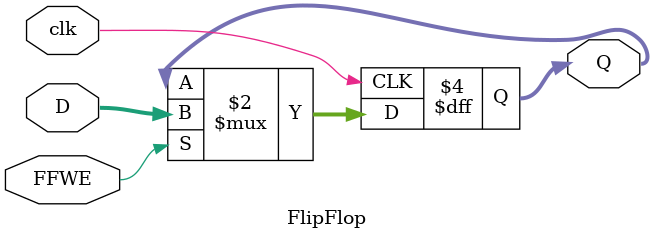
<source format=v>
`timescale 1ns / 1ps


module FlipFlop(input clk,FFWE, input [7:0] D,output reg[7:0] Q

    );
    
    always @(posedge clk)
    begin
    if(FFWE)
    Q <= D;
    end
    
endmodule

</source>
